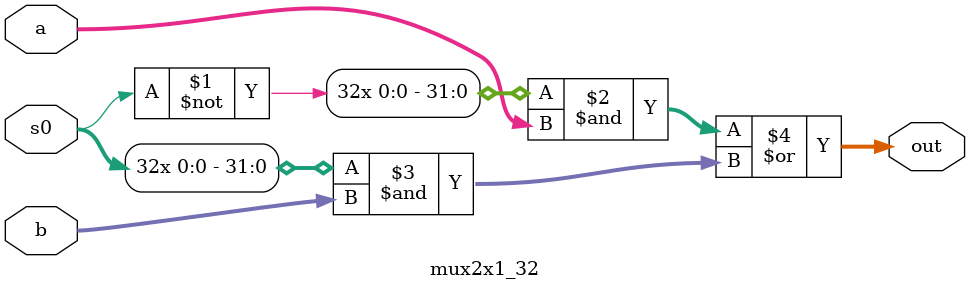
<source format=v>
`timescale 1ns / 1ps


module mux2x1_32(
    input s0,
    input [31:0] a,
    input [31:0] b,
    output [31:0] out
    );
    
    assign out = {32{(~s0)}}&a | {32{s0}}&b;
    
endmodule


</source>
